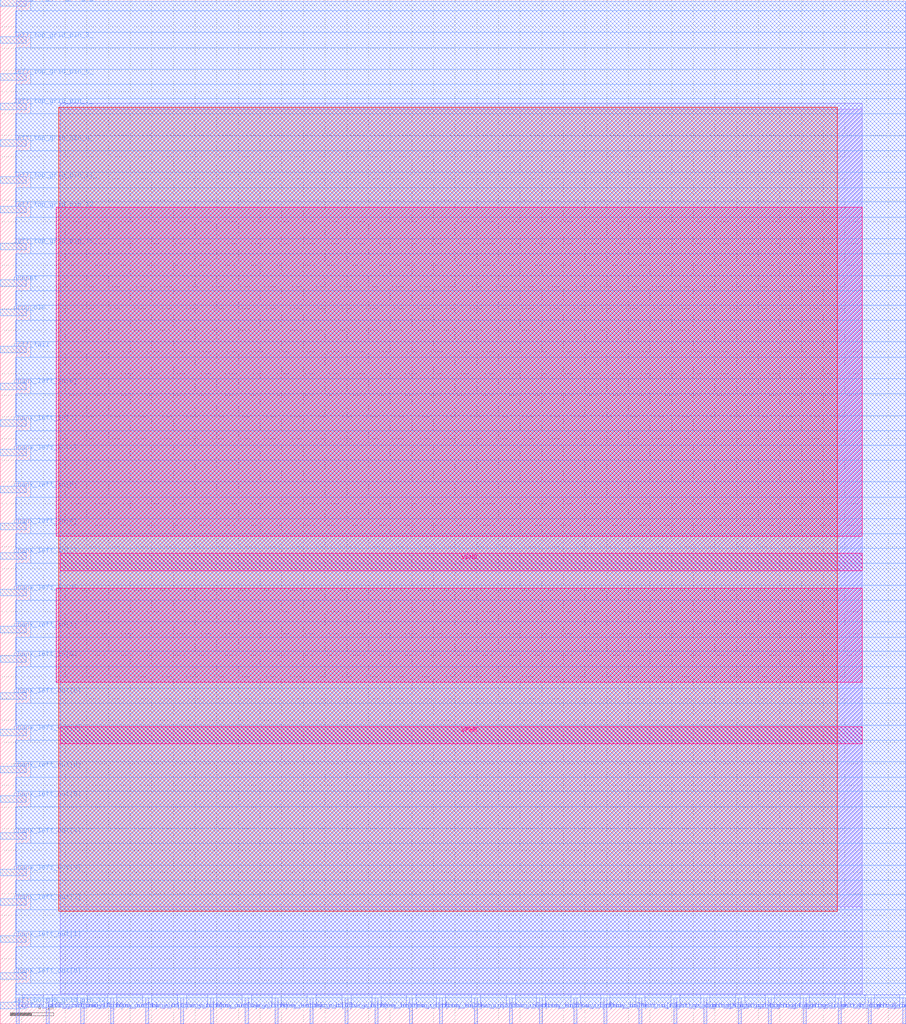
<source format=lef>
VERSION 5.7 ;
  NOWIREEXTENSIONATPIN ON ;
  DIVIDERCHAR "/" ;
  BUSBITCHARS "[]" ;
MACRO sb_3__3_
  CLASS BLOCK ;
  FOREIGN sb_3__3_ ;
  ORIGIN 0.000 0.000 ;
  SIZE 83.655 BY 94.480 ;
  PIN bottom_left_grid_pin_13_
    DIRECTION INPUT ;
    PORT
      LAYER met2 ;
        RECT 1.470 0.000 1.750 2.400 ;
    END
  END bottom_left_grid_pin_13_
  PIN bottom_right_grid_pin_11_
    DIRECTION INPUT ;
    PORT
      LAYER met2 ;
        RECT 64.950 0.000 65.230 2.400 ;
    END
  END bottom_right_grid_pin_11_
  PIN bottom_right_grid_pin_13_
    DIRECTION INPUT ;
    PORT
      LAYER met2 ;
        RECT 62.190 0.000 62.470 2.400 ;
    END
  END bottom_right_grid_pin_13_
  PIN bottom_right_grid_pin_15_
    DIRECTION INPUT ;
    PORT
      LAYER met2 ;
        RECT 58.970 0.000 59.250 2.400 ;
    END
  END bottom_right_grid_pin_15_
  PIN bottom_right_grid_pin_1_
    DIRECTION INPUT ;
    PORT
      LAYER met2 ;
        RECT 80.130 0.000 80.410 2.400 ;
    END
  END bottom_right_grid_pin_1_
  PIN bottom_right_grid_pin_3_
    DIRECTION INPUT ;
    PORT
      LAYER met2 ;
        RECT 77.370 0.000 77.650 2.400 ;
    END
  END bottom_right_grid_pin_3_
  PIN bottom_right_grid_pin_5_
    DIRECTION INPUT ;
    PORT
      LAYER met2 ;
        RECT 74.150 0.000 74.430 2.400 ;
    END
  END bottom_right_grid_pin_5_
  PIN bottom_right_grid_pin_7_
    DIRECTION INPUT ;
    PORT
      LAYER met2 ;
        RECT 70.930 0.000 71.210 2.400 ;
    END
  END bottom_right_grid_pin_7_
  PIN bottom_right_grid_pin_9_
    DIRECTION INPUT ;
    PORT
      LAYER met2 ;
        RECT 68.170 0.000 68.450 2.400 ;
    END
  END bottom_right_grid_pin_9_
  PIN ccff_head
    DIRECTION INPUT ;
    PORT
      LAYER met2 ;
        RECT 83.350 0.000 83.630 2.400 ;
    END
  END ccff_head
  PIN ccff_tail
    DIRECTION OUTPUT TRISTATE ;
    PORT
      LAYER met3 ;
        RECT 0.000 61.920 2.400 62.520 ;
    END
  END ccff_tail
  PIN chanx_left_in[0]
    DIRECTION INPUT ;
    PORT
      LAYER met3 ;
        RECT 0.000 33.360 2.400 33.960 ;
    END
  END chanx_left_in[0]
  PIN chanx_left_in[1]
    DIRECTION INPUT ;
    PORT
      LAYER met3 ;
        RECT 0.000 36.080 2.400 36.680 ;
    END
  END chanx_left_in[1]
  PIN chanx_left_in[2]
    DIRECTION INPUT ;
    PORT
      LAYER met3 ;
        RECT 0.000 39.480 2.400 40.080 ;
    END
  END chanx_left_in[2]
  PIN chanx_left_in[3]
    DIRECTION INPUT ;
    PORT
      LAYER met3 ;
        RECT 0.000 42.880 2.400 43.480 ;
    END
  END chanx_left_in[3]
  PIN chanx_left_in[4]
    DIRECTION INPUT ;
    PORT
      LAYER met3 ;
        RECT 0.000 45.600 2.400 46.200 ;
    END
  END chanx_left_in[4]
  PIN chanx_left_in[5]
    DIRECTION INPUT ;
    PORT
      LAYER met3 ;
        RECT 0.000 49.000 2.400 49.600 ;
    END
  END chanx_left_in[5]
  PIN chanx_left_in[6]
    DIRECTION INPUT ;
    PORT
      LAYER met3 ;
        RECT 0.000 52.400 2.400 53.000 ;
    END
  END chanx_left_in[6]
  PIN chanx_left_in[7]
    DIRECTION INPUT ;
    PORT
      LAYER met3 ;
        RECT 0.000 55.120 2.400 55.720 ;
    END
  END chanx_left_in[7]
  PIN chanx_left_in[8]
    DIRECTION INPUT ;
    PORT
      LAYER met3 ;
        RECT 0.000 58.520 2.400 59.120 ;
    END
  END chanx_left_in[8]
  PIN chanx_left_out[0]
    DIRECTION OUTPUT TRISTATE ;
    PORT
      LAYER met3 ;
        RECT 0.000 4.120 2.400 4.720 ;
    END
  END chanx_left_out[0]
  PIN chanx_left_out[1]
    DIRECTION OUTPUT TRISTATE ;
    PORT
      LAYER met3 ;
        RECT 0.000 7.520 2.400 8.120 ;
    END
  END chanx_left_out[1]
  PIN chanx_left_out[2]
    DIRECTION OUTPUT TRISTATE ;
    PORT
      LAYER met3 ;
        RECT 0.000 10.920 2.400 11.520 ;
    END
  END chanx_left_out[2]
  PIN chanx_left_out[3]
    DIRECTION OUTPUT TRISTATE ;
    PORT
      LAYER met3 ;
        RECT 0.000 13.640 2.400 14.240 ;
    END
  END chanx_left_out[3]
  PIN chanx_left_out[4]
    DIRECTION OUTPUT TRISTATE ;
    PORT
      LAYER met3 ;
        RECT 0.000 17.040 2.400 17.640 ;
    END
  END chanx_left_out[4]
  PIN chanx_left_out[5]
    DIRECTION OUTPUT TRISTATE ;
    PORT
      LAYER met3 ;
        RECT 0.000 20.440 2.400 21.040 ;
    END
  END chanx_left_out[5]
  PIN chanx_left_out[6]
    DIRECTION OUTPUT TRISTATE ;
    PORT
      LAYER met3 ;
        RECT 0.000 23.160 2.400 23.760 ;
    END
  END chanx_left_out[6]
  PIN chanx_left_out[7]
    DIRECTION OUTPUT TRISTATE ;
    PORT
      LAYER met3 ;
        RECT 0.000 26.560 2.400 27.160 ;
    END
  END chanx_left_out[7]
  PIN chanx_left_out[8]
    DIRECTION OUTPUT TRISTATE ;
    PORT
      LAYER met3 ;
        RECT 0.000 29.960 2.400 30.560 ;
    END
  END chanx_left_out[8]
  PIN chany_bottom_in[0]
    DIRECTION INPUT ;
    PORT
      LAYER met2 ;
        RECT 31.830 0.000 32.110 2.400 ;
    END
  END chany_bottom_in[0]
  PIN chany_bottom_in[1]
    DIRECTION INPUT ;
    PORT
      LAYER met2 ;
        RECT 34.590 0.000 34.870 2.400 ;
    END
  END chany_bottom_in[1]
  PIN chany_bottom_in[2]
    DIRECTION INPUT ;
    PORT
      LAYER met2 ;
        RECT 37.810 0.000 38.090 2.400 ;
    END
  END chany_bottom_in[2]
  PIN chany_bottom_in[3]
    DIRECTION INPUT ;
    PORT
      LAYER met2 ;
        RECT 40.570 0.000 40.850 2.400 ;
    END
  END chany_bottom_in[3]
  PIN chany_bottom_in[4]
    DIRECTION INPUT ;
    PORT
      LAYER met2 ;
        RECT 43.790 0.000 44.070 2.400 ;
    END
  END chany_bottom_in[4]
  PIN chany_bottom_in[5]
    DIRECTION INPUT ;
    PORT
      LAYER met2 ;
        RECT 47.010 0.000 47.290 2.400 ;
    END
  END chany_bottom_in[5]
  PIN chany_bottom_in[6]
    DIRECTION INPUT ;
    PORT
      LAYER met2 ;
        RECT 49.770 0.000 50.050 2.400 ;
    END
  END chany_bottom_in[6]
  PIN chany_bottom_in[7]
    DIRECTION INPUT ;
    PORT
      LAYER met2 ;
        RECT 52.990 0.000 53.270 2.400 ;
    END
  END chany_bottom_in[7]
  PIN chany_bottom_in[8]
    DIRECTION INPUT ;
    PORT
      LAYER met2 ;
        RECT 55.750 0.000 56.030 2.400 ;
    END
  END chany_bottom_in[8]
  PIN chany_bottom_out[0]
    DIRECTION OUTPUT TRISTATE ;
    PORT
      LAYER met2 ;
        RECT 4.230 0.000 4.510 2.400 ;
    END
  END chany_bottom_out[0]
  PIN chany_bottom_out[1]
    DIRECTION OUTPUT TRISTATE ;
    PORT
      LAYER met2 ;
        RECT 7.450 0.000 7.730 2.400 ;
    END
  END chany_bottom_out[1]
  PIN chany_bottom_out[2]
    DIRECTION OUTPUT TRISTATE ;
    PORT
      LAYER met2 ;
        RECT 10.210 0.000 10.490 2.400 ;
    END
  END chany_bottom_out[2]
  PIN chany_bottom_out[3]
    DIRECTION OUTPUT TRISTATE ;
    PORT
      LAYER met2 ;
        RECT 13.430 0.000 13.710 2.400 ;
    END
  END chany_bottom_out[3]
  PIN chany_bottom_out[4]
    DIRECTION OUTPUT TRISTATE ;
    PORT
      LAYER met2 ;
        RECT 16.650 0.000 16.930 2.400 ;
    END
  END chany_bottom_out[4]
  PIN chany_bottom_out[5]
    DIRECTION OUTPUT TRISTATE ;
    PORT
      LAYER met2 ;
        RECT 19.410 0.000 19.690 2.400 ;
    END
  END chany_bottom_out[5]
  PIN chany_bottom_out[6]
    DIRECTION OUTPUT TRISTATE ;
    PORT
      LAYER met2 ;
        RECT 22.630 0.000 22.910 2.400 ;
    END
  END chany_bottom_out[6]
  PIN chany_bottom_out[7]
    DIRECTION OUTPUT TRISTATE ;
    PORT
      LAYER met2 ;
        RECT 25.390 0.000 25.670 2.400 ;
    END
  END chany_bottom_out[7]
  PIN chany_bottom_out[8]
    DIRECTION OUTPUT TRISTATE ;
    PORT
      LAYER met2 ;
        RECT 28.610 0.000 28.890 2.400 ;
    END
  END chany_bottom_out[8]
  PIN left_bottom_grid_pin_12_
    DIRECTION INPUT ;
    PORT
      LAYER met3 ;
        RECT 0.000 1.400 2.400 2.000 ;
    END
  END left_bottom_grid_pin_12_
  PIN left_top_grid_pin_11_
    DIRECTION INPUT ;
    PORT
      LAYER met3 ;
        RECT 0.000 77.560 2.400 78.160 ;
    END
  END left_top_grid_pin_11_
  PIN left_top_grid_pin_13_
    DIRECTION INPUT ;
    PORT
      LAYER met3 ;
        RECT 0.000 74.840 2.400 75.440 ;
    END
  END left_top_grid_pin_13_
  PIN left_top_grid_pin_15_
    DIRECTION INPUT ;
    PORT
      LAYER met3 ;
        RECT 0.000 71.440 2.400 72.040 ;
    END
  END left_top_grid_pin_15_
  PIN left_top_grid_pin_1_
    DIRECTION INPUT ;
    PORT
      LAYER met3 ;
        RECT 0.000 93.880 2.400 94.480 ;
    END
  END left_top_grid_pin_1_
  PIN left_top_grid_pin_3_
    DIRECTION INPUT ;
    PORT
      LAYER met3 ;
        RECT 0.000 90.480 2.400 91.080 ;
    END
  END left_top_grid_pin_3_
  PIN left_top_grid_pin_5_
    DIRECTION INPUT ;
    PORT
      LAYER met3 ;
        RECT 0.000 87.080 2.400 87.680 ;
    END
  END left_top_grid_pin_5_
  PIN left_top_grid_pin_7_
    DIRECTION INPUT ;
    PORT
      LAYER met3 ;
        RECT 0.000 84.360 2.400 84.960 ;
    END
  END left_top_grid_pin_7_
  PIN left_top_grid_pin_9_
    DIRECTION INPUT ;
    PORT
      LAYER met3 ;
        RECT 0.000 80.960 2.400 81.560 ;
    END
  END left_top_grid_pin_9_
  PIN pReset
    DIRECTION INPUT ;
    PORT
      LAYER met3 ;
        RECT 0.000 68.040 2.400 68.640 ;
    END
  END pReset
  PIN prog_clk
    DIRECTION INPUT ;
    PORT
      LAYER met3 ;
        RECT 0.000 65.320 2.400 65.920 ;
    END
  END prog_clk
  PIN VPWR
    DIRECTION INPUT ;
    USE POWER ;
    PORT
      LAYER met5 ;
        RECT 5.520 25.820 79.580 27.420 ;
    END
  END VPWR
  PIN VGND
    DIRECTION INPUT ;
    USE GROUND ;
    PORT
      LAYER met5 ;
        RECT 5.520 41.800 79.580 43.400 ;
    END
  END VGND
  OBS
      LAYER li1 ;
        RECT 5.520 10.795 79.580 84.405 ;
      LAYER met1 ;
        RECT 5.520 2.760 79.580 84.960 ;
      LAYER met2 ;
        RECT 1.470 2.680 83.630 94.365 ;
        RECT 2.030 1.515 3.950 2.680 ;
        RECT 4.790 1.515 7.170 2.680 ;
        RECT 8.010 1.515 9.930 2.680 ;
        RECT 10.770 1.515 13.150 2.680 ;
        RECT 13.990 1.515 16.370 2.680 ;
        RECT 17.210 1.515 19.130 2.680 ;
        RECT 19.970 1.515 22.350 2.680 ;
        RECT 23.190 1.515 25.110 2.680 ;
        RECT 25.950 1.515 28.330 2.680 ;
        RECT 29.170 1.515 31.550 2.680 ;
        RECT 32.390 1.515 34.310 2.680 ;
        RECT 35.150 1.515 37.530 2.680 ;
        RECT 38.370 1.515 40.290 2.680 ;
        RECT 41.130 1.515 43.510 2.680 ;
        RECT 44.350 1.515 46.730 2.680 ;
        RECT 47.570 1.515 49.490 2.680 ;
        RECT 50.330 1.515 52.710 2.680 ;
        RECT 53.550 1.515 55.470 2.680 ;
        RECT 56.310 1.515 58.690 2.680 ;
        RECT 59.530 1.515 61.910 2.680 ;
        RECT 62.750 1.515 64.670 2.680 ;
        RECT 65.510 1.515 67.890 2.680 ;
        RECT 68.730 1.515 70.650 2.680 ;
        RECT 71.490 1.515 73.870 2.680 ;
        RECT 74.710 1.515 77.090 2.680 ;
        RECT 77.930 1.515 79.850 2.680 ;
        RECT 80.690 1.515 83.070 2.680 ;
      LAYER met3 ;
        RECT 2.800 93.480 83.655 94.345 ;
        RECT 1.445 91.480 83.655 93.480 ;
        RECT 2.800 90.080 83.655 91.480 ;
        RECT 1.445 88.080 83.655 90.080 ;
        RECT 2.800 86.680 83.655 88.080 ;
        RECT 1.445 85.360 83.655 86.680 ;
        RECT 2.800 83.960 83.655 85.360 ;
        RECT 1.445 81.960 83.655 83.960 ;
        RECT 2.800 80.560 83.655 81.960 ;
        RECT 1.445 78.560 83.655 80.560 ;
        RECT 2.800 77.160 83.655 78.560 ;
        RECT 1.445 75.840 83.655 77.160 ;
        RECT 2.800 74.440 83.655 75.840 ;
        RECT 1.445 72.440 83.655 74.440 ;
        RECT 2.800 71.040 83.655 72.440 ;
        RECT 1.445 69.040 83.655 71.040 ;
        RECT 2.800 67.640 83.655 69.040 ;
        RECT 1.445 66.320 83.655 67.640 ;
        RECT 2.800 64.920 83.655 66.320 ;
        RECT 1.445 62.920 83.655 64.920 ;
        RECT 2.800 61.520 83.655 62.920 ;
        RECT 1.445 59.520 83.655 61.520 ;
        RECT 2.800 58.120 83.655 59.520 ;
        RECT 1.445 56.120 83.655 58.120 ;
        RECT 2.800 54.720 83.655 56.120 ;
        RECT 1.445 53.400 83.655 54.720 ;
        RECT 2.800 52.000 83.655 53.400 ;
        RECT 1.445 50.000 83.655 52.000 ;
        RECT 2.800 48.600 83.655 50.000 ;
        RECT 1.445 46.600 83.655 48.600 ;
        RECT 2.800 45.200 83.655 46.600 ;
        RECT 1.445 43.880 83.655 45.200 ;
        RECT 2.800 42.480 83.655 43.880 ;
        RECT 1.445 40.480 83.655 42.480 ;
        RECT 2.800 39.080 83.655 40.480 ;
        RECT 1.445 37.080 83.655 39.080 ;
        RECT 2.800 35.680 83.655 37.080 ;
        RECT 1.445 34.360 83.655 35.680 ;
        RECT 2.800 32.960 83.655 34.360 ;
        RECT 1.445 30.960 83.655 32.960 ;
        RECT 2.800 29.560 83.655 30.960 ;
        RECT 1.445 27.560 83.655 29.560 ;
        RECT 2.800 26.160 83.655 27.560 ;
        RECT 1.445 24.160 83.655 26.160 ;
        RECT 2.800 22.760 83.655 24.160 ;
        RECT 1.445 21.440 83.655 22.760 ;
        RECT 2.800 20.040 83.655 21.440 ;
        RECT 1.445 18.040 83.655 20.040 ;
        RECT 2.800 16.640 83.655 18.040 ;
        RECT 1.445 14.640 83.655 16.640 ;
        RECT 2.800 13.240 83.655 14.640 ;
        RECT 1.445 11.920 83.655 13.240 ;
        RECT 2.800 10.520 83.655 11.920 ;
        RECT 1.445 8.520 83.655 10.520 ;
        RECT 2.800 7.120 83.655 8.520 ;
        RECT 1.445 5.120 83.655 7.120 ;
        RECT 2.800 3.720 83.655 5.120 ;
        RECT 1.445 2.400 83.655 3.720 ;
        RECT 2.800 1.535 83.655 2.400 ;
      LAYER met4 ;
        RECT 5.390 10.375 77.285 84.560 ;
      LAYER met5 ;
        RECT 5.180 45.000 79.580 75.360 ;
        RECT 5.180 31.500 79.580 40.200 ;
  END
END sb_3__3_
END LIBRARY


</source>
